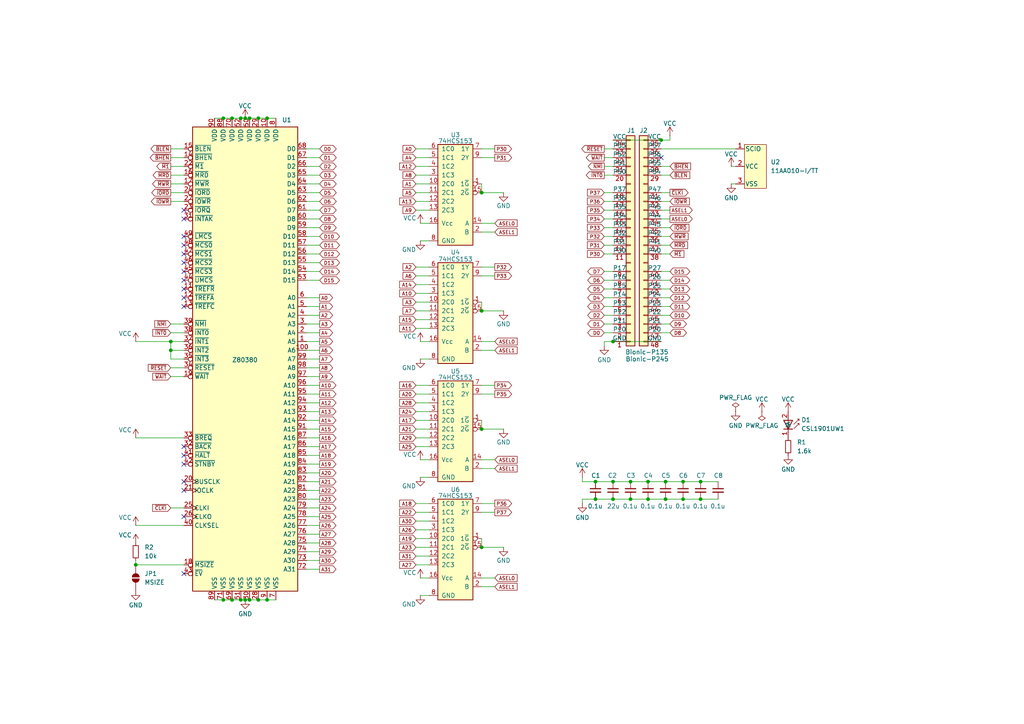
<source format=kicad_sch>
(kicad_sch (version 20250114) (generator "eeschema") (generator_version "9.0")
  (paper "A4")
  (title_block (title "BionicZ380") (date "2025-12-03") (rev "1"))
  (junction (at 67.31 173.99))
  (junction (at 198.12 139.7))
  (junction (at 187.96 139.7))
  (junction (at 49.53 101.6))
  (junction (at 72.39 34.29))
  (junction (at 203.2 139.7))
  (junction (at 74.93 173.99))
  (junction (at 193.04 139.7))
  (junction (at 203.2 144.78))
  (junction (at 139.7 124.46))
  (junction (at 67.31 34.29))
  (junction (at 49.53 99.06))
  (junction (at 187.96 144.78))
  (junction (at 172.72 144.78))
  (junction (at 193.04 144.78))
  (junction (at 139.7 158.75))
  (junction (at 139.7 55.88))
  (junction (at 77.47 173.99))
  (junction (at 139.7 90.17))
  (junction (at 72.39 173.99))
  (junction (at 64.77 173.99))
  (junction (at 69.85 173.99))
  (junction (at 182.88 139.7))
  (junction (at 77.47 34.29))
  (junction (at 71.12 34.29))
  (junction (at 69.85 34.29))
  (junction (at 64.77 34.29))
  (junction (at 172.72 139.7))
  (junction (at 182.88 144.78))
  (junction (at 71.12 173.99))
  (junction (at 177.8 99.06))
  (junction (at 39.37 163.83))
  (junction (at 198.12 144.78))
  (junction (at 74.93 34.29))
  (junction (at 177.8 144.78))
  (junction (at 191.77 40.64))
  (junction (at 177.8 139.7))
  (no_connect (at 53.34 83.82))
  (no_connect (at 53.34 142.24))
  (no_connect (at 191.77 45.72))
  (no_connect (at 53.34 134.62))
  (no_connect (at 53.34 71.12))
  (no_connect (at 53.34 129.54))
  (no_connect (at 53.34 78.74))
  (no_connect (at 53.34 60.96))
  (no_connect (at 53.34 68.58))
  (no_connect (at 53.34 81.28))
  (no_connect (at 53.34 73.66))
  (no_connect (at 53.34 166.37))
  (no_connect (at 53.34 86.36))
  (no_connect (at 53.34 76.2))
  (no_connect (at 53.34 139.7))
  (no_connect (at 53.34 88.9))
  (no_connect (at 53.34 63.5))
  (no_connect (at 53.34 132.08))
  (no_connect (at 53.34 149.86))
  (wire (pts (xy 120.65 58.42) (xy 124.46 58.42)))
  (wire (pts (xy 191.77 48.26) (xy 194.31 48.26)))
  (wire (pts (xy 88.9 124.46) (xy 92.71 124.46)))
  (wire (pts (xy 191.77 58.42) (xy 194.31 58.42)))
  (wire (pts (xy 139.7 55.88) (xy 146.05 55.88)))
  (wire (pts (xy 191.77 43.18) (xy 213.36 43.18)))
  (wire (pts (xy 175.26 78.74) (xy 177.8 78.74)))
  (wire (pts (xy 88.9 127) (xy 92.71 127)))
  (wire (pts (xy 191.77 63.5) (xy 194.31 63.5)))
  (wire (pts (xy 88.9 43.18) (xy 92.71 43.18)))
  (wire (pts (xy 49.53 50.8) (xy 53.34 50.8)))
  (wire (pts (xy 77.47 34.29) (xy 80.01 34.29)))
  (wire (pts (xy 88.9 88.9) (xy 92.71 88.9)))
  (wire (pts (xy 139.7 90.17) (xy 146.05 90.17)))
  (wire (pts (xy 88.9 157.48) (xy 92.71 157.48)))
  (wire (pts (xy 62.23 34.29) (xy 64.77 34.29)))
  (wire (pts (xy 88.9 111.76) (xy 92.71 111.76)))
  (wire (pts (xy 39.37 152.4) (xy 53.34 152.4)))
  (wire (pts (xy 88.9 68.58) (xy 92.71 68.58)))
  (wire (pts (xy 212.09 48.26) (xy 213.36 48.26)))
  (wire (pts (xy 49.53 45.72) (xy 53.34 45.72)))
  (wire (pts (xy 191.77 91.44) (xy 194.31 91.44)))
  (wire (pts (xy 139.7 87.63) (xy 139.7 90.17)))
  (wire (pts (xy 77.47 173.99) (xy 80.01 173.99)))
  (wire (pts (xy 191.77 81.28) (xy 194.31 81.28)))
  (wire (pts (xy 175.26 43.18) (xy 177.8 43.18)))
  (wire (pts (xy 182.88 144.78) (xy 187.96 144.78)))
  (wire (pts (xy 120.65 161.29) (xy 124.46 161.29)))
  (wire (pts (xy 49.53 55.88) (xy 53.34 55.88)))
  (wire (pts (xy 120.65 48.26) (xy 124.46 48.26)))
  (wire (pts (xy 191.77 55.88) (xy 194.31 55.88)))
  (wire (pts (xy 194.31 40.64) (xy 191.77 40.64)))
  (wire (pts (xy 177.8 99.06) (xy 191.77 99.06)))
  (wire (pts (xy 191.77 60.96) (xy 194.31 60.96)))
  (wire (pts (xy 198.12 139.7) (xy 203.2 139.7)))
  (wire (pts (xy 139.7 121.92) (xy 139.7 124.46)))
  (wire (pts (xy 175.26 88.9) (xy 177.8 88.9)))
  (wire (pts (xy 88.9 48.26) (xy 92.71 48.26)))
  (wire (pts (xy 120.65 80.01) (xy 124.46 80.01)))
  (wire (pts (xy 191.77 78.74) (xy 194.31 78.74)))
  (wire (pts (xy 182.88 139.7) (xy 187.96 139.7)))
  (wire (pts (xy 139.7 170.18) (xy 143.51 170.18)))
  (wire (pts (xy 88.9 104.14) (xy 92.71 104.14)))
  (wire (pts (xy 120.65 114.3) (xy 124.46 114.3)))
  (wire (pts (xy 139.7 148.59) (xy 143.51 148.59)))
  (wire (pts (xy 139.7 167.64) (xy 143.51 167.64)))
  (wire (pts (xy 88.9 154.94) (xy 92.71 154.94)))
  (wire (pts (xy 49.53 99.06) (xy 49.53 101.6)))
  (wire (pts (xy 120.65 153.67) (xy 124.46 153.67)))
  (wire (pts (xy 88.9 121.92) (xy 92.71 121.92)))
  (wire (pts (xy 168.91 139.7) (xy 172.72 139.7)))
  (wire (pts (xy 193.04 144.78) (xy 198.12 144.78)))
  (wire (pts (xy 49.53 58.42) (xy 53.34 58.42)))
  (wire (pts (xy 88.9 78.74) (xy 92.71 78.74)))
  (wire (pts (xy 193.04 139.7) (xy 198.12 139.7)))
  (wire (pts (xy 88.9 160.02) (xy 92.71 160.02)))
  (wire (pts (xy 120.65 82.55) (xy 124.46 82.55)))
  (wire (pts (xy 175.26 81.28) (xy 177.8 81.28)))
  (wire (pts (xy 88.9 149.86) (xy 92.71 149.86)))
  (wire (pts (xy 120.65 127) (xy 124.46 127)))
  (wire (pts (xy 120.65 116.84) (xy 124.46 116.84)))
  (wire (pts (xy 121.92 104.14) (xy 124.46 104.14)))
  (wire (pts (xy 121.92 167.64) (xy 124.46 167.64)))
  (wire (pts (xy 88.9 58.42) (xy 92.71 58.42)))
  (wire (pts (xy 212.09 53.34) (xy 213.36 53.34)))
  (wire (pts (xy 88.9 71.12) (xy 92.71 71.12)))
  (wire (pts (xy 139.7 135.89) (xy 143.51 135.89)))
  (wire (pts (xy 120.65 156.21) (xy 124.46 156.21)))
  (wire (pts (xy 139.7 80.01) (xy 143.51 80.01)))
  (wire (pts (xy 71.12 173.99) (xy 72.39 173.99)))
  (wire (pts (xy 139.7 156.21) (xy 139.7 158.75)))
  (wire (pts (xy 88.9 53.34) (xy 92.71 53.34)))
  (wire (pts (xy 88.9 60.96) (xy 92.71 60.96)))
  (wire (pts (xy 120.65 60.96) (xy 124.46 60.96)))
  (wire (pts (xy 120.65 95.25) (xy 124.46 95.25)))
  (wire (pts (xy 88.9 76.2) (xy 92.71 76.2)))
  (wire (pts (xy 121.92 133.35) (xy 124.46 133.35)))
  (wire (pts (xy 177.8 40.64) (xy 191.77 40.64)))
  (wire (pts (xy 139.7 43.18) (xy 143.51 43.18)))
  (wire (pts (xy 120.65 121.92) (xy 124.46 121.92)))
  (wire (pts (xy 120.65 90.17) (xy 124.46 90.17)))
  (wire (pts (xy 177.8 139.7) (xy 182.88 139.7)))
  (wire (pts (xy 120.65 92.71) (xy 124.46 92.71)))
  (wire (pts (xy 49.53 101.6) (xy 49.53 104.14)))
  (wire (pts (xy 187.96 139.7) (xy 193.04 139.7)))
  (wire (pts (xy 88.9 73.66) (xy 92.71 73.66)))
  (wire (pts (xy 191.77 66.04) (xy 194.31 66.04)))
  (wire (pts (xy 120.65 45.72) (xy 124.46 45.72)))
  (wire (pts (xy 49.53 104.14) (xy 53.34 104.14)))
  (wire (pts (xy 203.2 144.78) (xy 208.28 144.78)))
  (wire (pts (xy 120.65 111.76) (xy 124.46 111.76)))
  (wire (pts (xy 69.85 34.29) (xy 71.12 34.29)))
  (wire (pts (xy 172.72 139.7) (xy 177.8 139.7)))
  (wire (pts (xy 69.85 173.99) (xy 71.12 173.99)))
  (wire (pts (xy 198.12 144.78) (xy 203.2 144.78)))
  (wire (pts (xy 88.9 63.5) (xy 92.71 63.5)))
  (wire (pts (xy 191.77 68.58) (xy 194.31 68.58)))
  (wire (pts (xy 139.7 64.77) (xy 143.51 64.77)))
  (wire (pts (xy 39.37 163.83) (xy 53.34 163.83)))
  (wire (pts (xy 88.9 116.84) (xy 92.71 116.84)))
  (wire (pts (xy 120.65 50.8) (xy 124.46 50.8)))
  (wire (pts (xy 64.77 34.29) (xy 67.31 34.29)))
  (wire (pts (xy 88.9 162.56) (xy 92.71 162.56)))
  (wire (pts (xy 120.65 151.13) (xy 124.46 151.13)))
  (wire (pts (xy 175.26 66.04) (xy 177.8 66.04)))
  (wire (pts (xy 88.9 86.36) (xy 92.71 86.36)))
  (wire (pts (xy 49.53 99.06) (xy 53.34 99.06)))
  (wire (pts (xy 121.92 172.72) (xy 124.46 172.72)))
  (wire (pts (xy 71.12 34.29) (xy 72.39 34.29)))
  (wire (pts (xy 49.53 48.26) (xy 53.34 48.26)))
  (wire (pts (xy 120.65 129.54) (xy 124.46 129.54)))
  (wire (pts (xy 67.31 173.99) (xy 69.85 173.99)))
  (wire (pts (xy 194.31 39.37) (xy 194.31 40.64)))
  (wire (pts (xy 139.7 146.05) (xy 143.51 146.05)))
  (wire (pts (xy 120.65 119.38) (xy 124.46 119.38)))
  (wire (pts (xy 67.31 34.29) (xy 69.85 34.29)))
  (wire (pts (xy 120.65 163.83) (xy 124.46 163.83)))
  (wire (pts (xy 74.93 173.99) (xy 77.47 173.99)))
  (wire (pts (xy 88.9 101.6) (xy 92.71 101.6)))
  (wire (pts (xy 175.26 100.33) (xy 175.26 99.06)))
  (wire (pts (xy 120.65 148.59) (xy 124.46 148.59)))
  (wire (pts (xy 88.9 139.7) (xy 92.71 139.7)))
  (wire (pts (xy 120.65 146.05) (xy 124.46 146.05)))
  (wire (pts (xy 139.7 111.76) (xy 143.51 111.76)))
  (wire (pts (xy 175.26 91.44) (xy 177.8 91.44)))
  (wire (pts (xy 88.9 55.88) (xy 92.71 55.88)))
  (wire (pts (xy 88.9 106.68) (xy 92.71 106.68)))
  (wire (pts (xy 139.7 124.46) (xy 146.05 124.46)))
  (wire (pts (xy 39.37 162.56) (xy 39.37 163.83)))
  (wire (pts (xy 88.9 91.44) (xy 92.71 91.44)))
  (wire (pts (xy 88.9 119.38) (xy 92.71 119.38)))
  (wire (pts (xy 175.26 68.58) (xy 177.8 68.58)))
  (wire (pts (xy 191.77 50.8) (xy 194.31 50.8)))
  (wire (pts (xy 121.92 64.77) (xy 124.46 64.77)))
  (wire (pts (xy 88.9 134.62) (xy 92.71 134.62)))
  (wire (pts (xy 175.26 48.26) (xy 177.8 48.26)))
  (wire (pts (xy 139.7 101.6) (xy 143.51 101.6)))
  (wire (pts (xy 191.77 71.12) (xy 194.31 71.12)))
  (wire (pts (xy 139.7 133.35) (xy 143.51 133.35)))
  (wire (pts (xy 88.9 96.52) (xy 92.71 96.52)))
  (wire (pts (xy 203.2 139.7) (xy 208.28 139.7)))
  (wire (pts (xy 121.92 69.85) (xy 124.46 69.85)))
  (wire (pts (xy 175.26 58.42) (xy 177.8 58.42)))
  (wire (pts (xy 139.7 99.06) (xy 143.51 99.06)))
  (wire (pts (xy 175.26 96.52) (xy 177.8 96.52)))
  (wire (pts (xy 88.9 114.3) (xy 92.71 114.3)))
  (wire (pts (xy 88.9 50.8) (xy 92.71 50.8)))
  (wire (pts (xy 88.9 109.22) (xy 92.71 109.22)))
  (wire (pts (xy 88.9 132.08) (xy 92.71 132.08)))
  (wire (pts (xy 39.37 127) (xy 53.34 127)))
  (wire (pts (xy 175.26 71.12) (xy 177.8 71.12)))
  (wire (pts (xy 139.7 53.34) (xy 139.7 55.88)))
  (wire (pts (xy 49.53 53.34) (xy 53.34 53.34)))
  (wire (pts (xy 177.8 144.78) (xy 182.88 144.78)))
  (wire (pts (xy 88.9 137.16) (xy 92.71 137.16)))
  (wire (pts (xy 88.9 129.54) (xy 92.71 129.54)))
  (wire (pts (xy 139.7 45.72) (xy 143.51 45.72)))
  (wire (pts (xy 191.77 73.66) (xy 194.31 73.66)))
  (wire (pts (xy 120.65 43.18) (xy 124.46 43.18)))
  (wire (pts (xy 175.26 50.8) (xy 177.8 50.8)))
  (wire (pts (xy 39.37 99.06) (xy 49.53 99.06)))
  (wire (pts (xy 120.65 77.47) (xy 124.46 77.47)))
  (wire (pts (xy 168.91 138.43) (xy 168.91 139.7)))
  (wire (pts (xy 120.65 124.46) (xy 124.46 124.46)))
  (wire (pts (xy 175.26 99.06) (xy 177.8 99.06)))
  (wire (pts (xy 120.65 53.34) (xy 124.46 53.34)))
  (wire (pts (xy 64.77 173.99) (xy 67.31 173.99)))
  (wire (pts (xy 88.9 81.28) (xy 92.71 81.28)))
  (wire (pts (xy 175.26 83.82) (xy 177.8 83.82)))
  (wire (pts (xy 88.9 93.98) (xy 92.71 93.98)))
  (wire (pts (xy 175.26 73.66) (xy 177.8 73.66)))
  (wire (pts (xy 53.34 43.18) (xy 49.53 43.18)))
  (wire (pts (xy 175.26 60.96) (xy 177.8 60.96)))
  (wire (pts (xy 49.53 106.68) (xy 53.34 106.68)))
  (wire (pts (xy 191.77 93.98) (xy 194.31 93.98)))
  (wire (pts (xy 168.91 144.78) (xy 172.72 144.78)))
  (wire (pts (xy 121.92 99.06) (xy 124.46 99.06)))
  (wire (pts (xy 88.9 99.06) (xy 92.71 99.06)))
  (wire (pts (xy 62.23 173.99) (xy 64.77 173.99)))
  (wire (pts (xy 88.9 152.4) (xy 92.71 152.4)))
  (wire (pts (xy 49.53 147.32) (xy 53.34 147.32)))
  (wire (pts (xy 139.7 114.3) (xy 143.51 114.3)))
  (wire (pts (xy 49.53 93.98) (xy 53.34 93.98)))
  (wire (pts (xy 120.65 85.09) (xy 124.46 85.09)))
  (wire (pts (xy 139.7 158.75) (xy 146.05 158.75)))
  (wire (pts (xy 139.7 67.31) (xy 143.51 67.31)))
  (wire (pts (xy 191.77 96.52) (xy 194.31 96.52)))
  (wire (pts (xy 191.77 88.9) (xy 194.31 88.9)))
  (wire (pts (xy 175.26 55.88) (xy 177.8 55.88)))
  (wire (pts (xy 175.26 93.98) (xy 177.8 93.98)))
  (wire (pts (xy 120.65 158.75) (xy 124.46 158.75)))
  (wire (pts (xy 168.91 146.05) (xy 168.91 144.78)))
  (wire (pts (xy 88.9 45.72) (xy 92.71 45.72)))
  (wire (pts (xy 49.53 109.22) (xy 53.34 109.22)))
  (wire (pts (xy 175.26 63.5) (xy 177.8 63.5)))
  (wire (pts (xy 175.26 86.36) (xy 177.8 86.36)))
  (wire (pts (xy 49.53 96.52) (xy 53.34 96.52)))
  (wire (pts (xy 88.9 142.24) (xy 92.71 142.24)))
  (wire (pts (xy 120.65 55.88) (xy 124.46 55.88)))
  (wire (pts (xy 172.72 144.78) (xy 177.8 144.78)))
  (wire (pts (xy 74.93 34.29) (xy 77.47 34.29)))
  (wire (pts (xy 175.26 45.72) (xy 177.8 45.72)))
  (wire (pts (xy 72.39 34.29) (xy 74.93 34.29)))
  (wire (pts (xy 88.9 147.32) (xy 92.71 147.32)))
  (wire (pts (xy 88.9 165.1) (xy 92.71 165.1)))
  (wire (pts (xy 72.39 173.99) (xy 74.93 173.99)))
  (wire (pts (xy 191.77 83.82) (xy 194.31 83.82)))
  (wire (pts (xy 49.53 101.6) (xy 53.34 101.6)))
  (wire (pts (xy 88.9 66.04) (xy 92.71 66.04)))
  (wire (pts (xy 139.7 77.47) (xy 143.51 77.47)))
  (wire (pts (xy 88.9 144.78) (xy 92.71 144.78)))
  (wire (pts (xy 121.92 138.43) (xy 124.46 138.43)))
  (wire (pts (xy 187.96 144.78) (xy 193.04 144.78)))
  (wire (pts (xy 191.77 86.36) (xy 194.31 86.36)))
  (wire (pts (xy 120.65 87.63) (xy 124.46 87.63)))
  (global_label "ASEL1" (shape input) (at 143.51 170.18 0) (effects (font (size 1.016 1.016))) (property "Intersheetrefs" "${INTERSHEET_REFS}" (effects (hide yes))))
  (global_label "D10" (shape bidirectional) (at 92.71 68.58 0) (effects (font (size 1.016 1.016))) (property "Intersheetrefs" "${INTERSHEET_REFS}" (effects (hide yes))))
  (global_label "A30" (shape output) (at 92.71 162.56 0) (effects (font (size 1.016 1.016))) (property "Intersheetrefs" "${INTERSHEET_REFS}" (effects (hide yes))))
  (global_label "D9" (shape bidirectional) (at 92.71 66.04 0) (effects (font (size 1.016 1.016))) (property "Intersheetrefs" "${INTERSHEET_REFS}" (effects (hide yes))))
  (global_label "P31" (shape input) (at 175.26 71.12 180) (effects (font (size 1.016 1.016))) (property "Intersheetrefs" "${INTERSHEET_REFS}" (effects (hide yes))))
  (global_label "A12" (shape output) (at 92.71 116.84 0) (effects (font (size 1.016 1.016))) (property "Intersheetrefs" "${INTERSHEET_REFS}" (effects (hide yes))))
  (global_label "ASEL1" (shape input) (at 143.51 101.6 0) (effects (font (size 1.016 1.016))) (property "Intersheetrefs" "${INTERSHEET_REFS}" (effects (hide yes))))
  (global_label "A24" (shape output) (at 92.71 147.32 0) (effects (font (size 1.016 1.016))) (property "Intersheetrefs" "${INTERSHEET_REFS}" (effects (hide yes))))
  (global_label "A18" (shape output) (at 92.71 132.08 0) (effects (font (size 1.016 1.016))) (property "Intersheetrefs" "${INTERSHEET_REFS}" (effects (hide yes))))
  (global_label "A14" (shape output) (at 92.71 121.92 0) (effects (font (size 1.016 1.016))) (property "Intersheetrefs" "${INTERSHEET_REFS}" (effects (hide yes))))
  (global_label "~{IORD}" (shape output) (at 49.53 55.88 180) (effects (font (size 1.016 1.016))) (property "Intersheetrefs" "${INTERSHEET_REFS}" (effects (hide yes))))
  (global_label "A20" (shape output) (at 92.71 137.16 0) (effects (font (size 1.016 1.016))) (property "Intersheetrefs" "${INTERSHEET_REFS}" (effects (hide yes))))
  (global_label "~{NMI}" (shape output) (at 175.26 48.26 180) (effects (font (size 1.016 1.016))) (property "Intersheetrefs" "${INTERSHEET_REFS}" (effects (hide yes))))
  (global_label "D6" (shape bidirectional) (at 175.26 81.28 180) (effects (font (size 1.016 1.016))) (property "Intersheetrefs" "${INTERSHEET_REFS}" (effects (hide yes))))
  (global_label "~{MRD}" (shape output) (at 49.53 50.8 180) (effects (font (size 1.016 1.016))) (property "Intersheetrefs" "${INTERSHEET_REFS}" (effects (hide yes))))
  (global_label "D15" (shape bidirectional) (at 92.71 81.28 0) (effects (font (size 1.016 1.016))) (property "Intersheetrefs" "${INTERSHEET_REFS}" (effects (hide yes))))
  (global_label "~{BHEN}" (shape input) (at 194.31 48.26 0) (effects (font (size 1.016 1.016))) (property "Intersheetrefs" "${INTERSHEET_REFS}" (effects (hide yes))))
  (global_label "~{WAIT}" (shape output) (at 175.26 45.72 180) (effects (font (size 1.016 1.016))) (property "Intersheetrefs" "${INTERSHEET_REFS}" (effects (hide yes))))
  (global_label "P33" (shape input) (at 175.26 66.04 180) (effects (font (size 1.016 1.016))) (property "Intersheetrefs" "${INTERSHEET_REFS}" (effects (hide yes))))
  (global_label "A27" (shape input) (at 120.65 163.83 180) (effects (font (size 1.016 1.016))) (property "Intersheetrefs" "${INTERSHEET_REFS}" (effects (hide yes))))
  (global_label "A28" (shape input) (at 120.65 116.84 180) (effects (font (size 1.016 1.016))) (property "Intersheetrefs" "${INTERSHEET_REFS}" (effects (hide yes))))
  (global_label "A9" (shape output) (at 92.71 109.22 0) (effects (font (size 1.016 1.016))) (property "Intersheetrefs" "${INTERSHEET_REFS}" (effects (hide yes))))
  (global_label "A3" (shape input) (at 120.65 87.63 180) (effects (font (size 1.016 1.016))) (property "Intersheetrefs" "${INTERSHEET_REFS}" (effects (hide yes))))
  (global_label "ASEL1" (shape input) (at 143.51 67.31 0) (effects (font (size 1.016 1.016))) (property "Intersheetrefs" "${INTERSHEET_REFS}" (effects (hide yes))))
  (global_label "A0" (shape output) (at 92.71 86.36 0) (effects (font (size 1.016 1.016))) (property "Intersheetrefs" "${INTERSHEET_REFS}" (effects (hide yes))))
  (global_label "A4" (shape output) (at 92.71 96.52 0) (effects (font (size 1.016 1.016))) (property "Intersheetrefs" "${INTERSHEET_REFS}" (effects (hide yes))))
  (global_label "P32" (shape input) (at 175.26 68.58 180) (effects (font (size 1.016 1.016))) (property "Intersheetrefs" "${INTERSHEET_REFS}" (effects (hide yes))))
  (global_label "~{BLEN}" (shape input) (at 194.31 50.8 0) (effects (font (size 1.016 1.016))) (property "Intersheetrefs" "${INTERSHEET_REFS}" (effects (hide yes))))
  (global_label "P37" (shape output) (at 143.51 148.59 0) (effects (font (size 1.016 1.016))) (property "Intersheetrefs" "${INTERSHEET_REFS}" (effects (hide yes))))
  (global_label "A2" (shape input) (at 120.65 77.47 180) (effects (font (size 1.016 1.016))) (property "Intersheetrefs" "${INTERSHEET_REFS}" (effects (hide yes))))
  (global_label "A20" (shape input) (at 120.65 114.3 180) (effects (font (size 1.016 1.016))) (property "Intersheetrefs" "${INTERSHEET_REFS}" (effects (hide yes))))
  (global_label "A31" (shape output) (at 92.71 165.1 0) (effects (font (size 1.016 1.016))) (property "Intersheetrefs" "${INTERSHEET_REFS}" (effects (hide yes))))
  (global_label "A11" (shape input) (at 120.65 95.25 180) (effects (font (size 1.016 1.016))) (property "Intersheetrefs" "${INTERSHEET_REFS}" (effects (hide yes))))
  (global_label "~{MWR}" (shape output) (at 49.53 53.34 180) (effects (font (size 1.016 1.016))) (property "Intersheetrefs" "${INTERSHEET_REFS}" (effects (hide yes))))
  (global_label "A16" (shape input) (at 120.65 111.76 180) (effects (font (size 1.016 1.016))) (property "Intersheetrefs" "${INTERSHEET_REFS}" (effects (hide yes))))
  (global_label "A4" (shape input) (at 120.65 45.72 180) (effects (font (size 1.016 1.016))) (property "Intersheetrefs" "${INTERSHEET_REFS}" (effects (hide yes))))
  (global_label "D14" (shape bidirectional) (at 92.71 78.74 0) (effects (font (size 1.016 1.016))) (property "Intersheetrefs" "${INTERSHEET_REFS}" (effects (hide yes))))
  (global_label "A13" (shape input) (at 120.65 58.42 180) (effects (font (size 1.016 1.016))) (property "Intersheetrefs" "${INTERSHEET_REFS}" (effects (hide yes))))
  (global_label "A10" (shape input) (at 120.65 85.09 180) (effects (font (size 1.016 1.016))) (property "Intersheetrefs" "${INTERSHEET_REFS}" (effects (hide yes))))
  (global_label "ASEL0" (shape input) (at 143.51 99.06 0) (effects (font (size 1.016 1.016))) (property "Intersheetrefs" "${INTERSHEET_REFS}" (effects (hide yes))))
  (global_label "ASEL0" (shape output) (at 194.31 63.5 0) (effects (font (size 1.016 1.016))) (property "Intersheetrefs" "${INTERSHEET_REFS}" (effects (hide yes))))
  (global_label "A1" (shape input) (at 120.65 53.34 180) (effects (font (size 1.016 1.016))) (property "Intersheetrefs" "${INTERSHEET_REFS}" (effects (hide yes))))
  (global_label "D14" (shape bidirectional) (at 194.31 81.28 0) (effects (font (size 1.016 1.016))) (property "Intersheetrefs" "${INTERSHEET_REFS}" (effects (hide yes))))
  (global_label "A3" (shape output) (at 92.71 93.98 0) (effects (font (size 1.016 1.016))) (property "Intersheetrefs" "${INTERSHEET_REFS}" (effects (hide yes))))
  (global_label "A8" (shape input) (at 120.65 50.8 180) (effects (font (size 1.016 1.016))) (property "Intersheetrefs" "${INTERSHEET_REFS}" (effects (hide yes))))
  (global_label "A5" (shape input) (at 120.65 55.88 180) (effects (font (size 1.016 1.016))) (property "Intersheetrefs" "${INTERSHEET_REFS}" (effects (hide yes))))
  (global_label "~{IORD}" (shape input) (at 194.31 66.04 0) (effects (font (size 1.016 1.016))) (property "Intersheetrefs" "${INTERSHEET_REFS}" (effects (hide yes))))
  (global_label "A19" (shape input) (at 120.65 156.21 180) (effects (font (size 1.016 1.016))) (property "Intersheetrefs" "${INTERSHEET_REFS}" (effects (hide yes))))
  (global_label "A31" (shape input) (at 120.65 161.29 180) (effects (font (size 1.016 1.016))) (property "Intersheetrefs" "${INTERSHEET_REFS}" (effects (hide yes))))
  (global_label "D3" (shape bidirectional) (at 175.26 88.9 180) (effects (font (size 1.016 1.016))) (property "Intersheetrefs" "${INTERSHEET_REFS}" (effects (hide yes))))
  (global_label "A17" (shape input) (at 120.65 121.92 180) (effects (font (size 1.016 1.016))) (property "Intersheetrefs" "${INTERSHEET_REFS}" (effects (hide yes))))
  (global_label "A28" (shape output) (at 92.71 157.48 0) (effects (font (size 1.016 1.016))) (property "Intersheetrefs" "${INTERSHEET_REFS}" (effects (hide yes))))
  (global_label "A7" (shape output) (at 92.71 104.14 0) (effects (font (size 1.016 1.016))) (property "Intersheetrefs" "${INTERSHEET_REFS}" (effects (hide yes))))
  (global_label "A16" (shape output) (at 92.71 127 0) (effects (font (size 1.016 1.016))) (property "Intersheetrefs" "${INTERSHEET_REFS}" (effects (hide yes))))
  (global_label "P36" (shape input) (at 175.26 58.42 180) (effects (font (size 1.016 1.016))) (property "Intersheetrefs" "${INTERSHEET_REFS}" (effects (hide yes))))
  (global_label "A21" (shape output) (at 92.71 139.7 0) (effects (font (size 1.016 1.016))) (property "Intersheetrefs" "${INTERSHEET_REFS}" (effects (hide yes))))
  (global_label "A12" (shape input) (at 120.65 48.26 180) (effects (font (size 1.016 1.016))) (property "Intersheetrefs" "${INTERSHEET_REFS}" (effects (hide yes))))
  (global_label "A24" (shape input) (at 120.65 119.38 180) (effects (font (size 1.016 1.016))) (property "Intersheetrefs" "${INTERSHEET_REFS}" (effects (hide yes))))
  (global_label "A18" (shape input) (at 120.65 146.05 180) (effects (font (size 1.016 1.016))) (property "Intersheetrefs" "${INTERSHEET_REFS}" (effects (hide yes))))
  (global_label "A26" (shape output) (at 92.71 152.4 0) (effects (font (size 1.016 1.016))) (property "Intersheetrefs" "${INTERSHEET_REFS}" (effects (hide yes))))
  (global_label "A1" (shape output) (at 92.71 88.9 0) (effects (font (size 1.016 1.016))) (property "Intersheetrefs" "${INTERSHEET_REFS}" (effects (hide yes))))
  (global_label "A8" (shape output) (at 92.71 106.68 0) (effects (font (size 1.016 1.016))) (property "Intersheetrefs" "${INTERSHEET_REFS}" (effects (hide yes))))
  (global_label "D1" (shape bidirectional) (at 175.26 93.98 180) (effects (font (size 1.016 1.016))) (property "Intersheetrefs" "${INTERSHEET_REFS}" (effects (hide yes))))
  (global_label "D4" (shape bidirectional) (at 92.71 53.34 0) (effects (font (size 1.016 1.016))) (property "Intersheetrefs" "${INTERSHEET_REFS}" (effects (hide yes))))
  (global_label "A23" (shape input) (at 120.65 158.75 180) (effects (font (size 1.016 1.016))) (property "Intersheetrefs" "${INTERSHEET_REFS}" (effects (hide yes))))
  (global_label "A19" (shape output) (at 92.71 134.62 0) (effects (font (size 1.016 1.016))) (property "Intersheetrefs" "${INTERSHEET_REFS}" (effects (hide yes))))
  (global_label "ASEL0" (shape input) (at 143.51 133.35 0) (effects (font (size 1.016 1.016))) (property "Intersheetrefs" "${INTERSHEET_REFS}" (effects (hide yes))))
  (global_label "A17" (shape output) (at 92.71 129.54 0) (effects (font (size 1.016 1.016))) (property "Intersheetrefs" "${INTERSHEET_REFS}" (effects (hide yes))))
  (global_label "P37" (shape input) (at 175.26 55.88 180) (effects (font (size 1.016 1.016))) (property "Intersheetrefs" "${INTERSHEET_REFS}" (effects (hide yes))))
  (global_label "D11" (shape bidirectional) (at 194.31 88.9 0) (effects (font (size 1.016 1.016))) (property "Intersheetrefs" "${INTERSHEET_REFS}" (effects (hide yes))))
  (global_label "P30" (shape input) (at 175.26 73.66 180) (effects (font (size 1.016 1.016))) (property "Intersheetrefs" "${INTERSHEET_REFS}" (effects (hide yes))))
  (global_label "A15" (shape input) (at 120.65 92.71 180) (effects (font (size 1.016 1.016))) (property "Intersheetrefs" "${INTERSHEET_REFS}" (effects (hide yes))))
  (global_label "A6" (shape input) (at 120.65 80.01 180) (effects (font (size 1.016 1.016))) (property "Intersheetrefs" "${INTERSHEET_REFS}" (effects (hide yes))))
  (global_label "~{M1}" (shape input) (at 194.31 73.66 0) (effects (font (size 1.016 1.016))) (property "Intersheetrefs" "${INTERSHEET_REFS}" (effects (hide yes))))
  (global_label "D10" (shape bidirectional) (at 194.31 91.44 0) (effects (font (size 1.016 1.016))) (property "Intersheetrefs" "${INTERSHEET_REFS}" (effects (hide yes))))
  (global_label "D0" (shape bidirectional) (at 175.26 96.52 180) (effects (font (size 1.016 1.016))) (property "Intersheetrefs" "${INTERSHEET_REFS}" (effects (hide yes))))
  (global_label "~{CLKI}" (shape output) (at 194.31 55.88 0) (effects (font (size 1.016 1.016))) (property "Intersheetrefs" "${INTERSHEET_REFS}" (effects (hide yes))))
  (global_label "A6" (shape output) (at 92.71 101.6 0) (effects (font (size 1.016 1.016))) (property "Intersheetrefs" "${INTERSHEET_REFS}" (effects (hide yes))))
  (global_label "D3" (shape bidirectional) (at 92.71 50.8 0) (effects (font (size 1.016 1.016))) (property "Intersheetrefs" "${INTERSHEET_REFS}" (effects (hide yes))))
  (global_label "~{M1}" (shape output) (at 49.53 48.26 180) (effects (font (size 1.016 1.016))) (property "Intersheetrefs" "${INTERSHEET_REFS}" (effects (hide yes))))
  (global_label "P35" (shape input) (at 175.26 60.96 180) (effects (font (size 1.016 1.016))) (property "Intersheetrefs" "${INTERSHEET_REFS}" (effects (hide yes))))
  (global_label "~{BHEN}" (shape output) (at 49.53 45.72 180) (effects (font (size 1.016 1.016))) (property "Intersheetrefs" "${INTERSHEET_REFS}" (effects (hide yes))))
  (global_label "~{MRD}" (shape input) (at 194.31 71.12 0) (effects (font (size 1.016 1.016))) (property "Intersheetrefs" "${INTERSHEET_REFS}" (effects (hide yes))))
  (global_label "A14" (shape input) (at 120.65 82.55 180) (effects (font (size 1.016 1.016))) (property "Intersheetrefs" "${INTERSHEET_REFS}" (effects (hide yes))))
  (global_label "A11" (shape output) (at 92.71 114.3 0) (effects (font (size 1.016 1.016))) (property "Intersheetrefs" "${INTERSHEET_REFS}" (effects (hide yes))))
  (global_label "D12" (shape bidirectional) (at 92.71 73.66 0) (effects (font (size 1.016 1.016))) (property "Intersheetrefs" "${INTERSHEET_REFS}" (effects (hide yes))))
  (global_label "A22" (shape input) (at 120.65 148.59 180) (effects (font (size 1.016 1.016))) (property "Intersheetrefs" "${INTERSHEET_REFS}" (effects (hide yes))))
  (global_label "D13" (shape bidirectional) (at 92.71 76.2 0) (effects (font (size 1.016 1.016))) (property "Intersheetrefs" "${INTERSHEET_REFS}" (effects (hide yes))))
  (global_label "D2" (shape bidirectional) (at 175.26 91.44 180) (effects (font (size 1.016 1.016))) (property "Intersheetrefs" "${INTERSHEET_REFS}" (effects (hide yes))))
  (global_label "D7" (shape bidirectional) (at 175.26 78.74 180) (effects (font (size 1.016 1.016))) (property "Intersheetrefs" "${INTERSHEET_REFS}" (effects (hide yes))))
  (global_label "A25" (shape input) (at 120.65 129.54 180) (effects (font (size 1.016 1.016))) (property "Intersheetrefs" "${INTERSHEET_REFS}" (effects (hide yes))))
  (global_label "A30" (shape input) (at 120.65 151.13 180) (effects (font (size 1.016 1.016))) (property "Intersheetrefs" "${INTERSHEET_REFS}" (effects (hide yes))))
  (global_label "~{BLEN}" (shape output) (at 49.53 43.18 180) (effects (font (size 1.016 1.016))) (property "Intersheetrefs" "${INTERSHEET_REFS}" (effects (hide yes))))
  (global_label "P34" (shape input) (at 175.26 63.5 180) (effects (font (size 1.016 1.016))) (property "Intersheetrefs" "${INTERSHEET_REFS}" (effects (hide yes))))
  (global_label "D5" (shape bidirectional) (at 92.71 55.88 0) (effects (font (size 1.016 1.016))) (property "Intersheetrefs" "${INTERSHEET_REFS}" (effects (hide yes))))
  (global_label "~{INT0}" (shape output) (at 175.26 50.8 180) (effects (font (size 1.016 1.016))) (property "Intersheetrefs" "${INTERSHEET_REFS}" (effects (hide yes))))
  (global_label "D7" (shape bidirectional) (at 92.71 60.96 0) (effects (font (size 1.016 1.016))) (property "Intersheetrefs" "${INTERSHEET_REFS}" (effects (hide yes))))
  (global_label "~{CLKI}" (shape input) (at 49.53 147.32 180) (effects (font (size 1.016 1.016))) (property "Intersheetrefs" "${INTERSHEET_REFS}" (effects (hide yes))))
  (global_label "~{IOWR}" (shape input) (at 194.31 58.42 0) (effects (font (size 1.016 1.016))) (property "Intersheetrefs" "${INTERSHEET_REFS}" (effects (hide yes))))
  (global_label "P31" (shape output) (at 143.51 45.72 0) (effects (font (size 1.016 1.016))) (property "Intersheetrefs" "${INTERSHEET_REFS}" (effects (hide yes))))
  (global_label "A29" (shape input) (at 120.65 127 180) (effects (font (size 1.016 1.016))) (property "Intersheetrefs" "${INTERSHEET_REFS}" (effects (hide yes))))
  (global_label "P32" (shape output) (at 143.51 77.47 0) (effects (font (size 1.016 1.016))) (property "Intersheetrefs" "${INTERSHEET_REFS}" (effects (hide yes))))
  (global_label "A15" (shape output) (at 92.71 124.46 0) (effects (font (size 1.016 1.016))) (property "Intersheetrefs" "${INTERSHEET_REFS}" (effects (hide yes))))
  (global_label "D1" (shape bidirectional) (at 92.71 45.72 0) (effects (font (size 1.016 1.016))) (property "Intersheetrefs" "${INTERSHEET_REFS}" (effects (hide yes))))
  (global_label "A5" (shape output) (at 92.71 99.06 0) (effects (font (size 1.016 1.016))) (property "Intersheetrefs" "${INTERSHEET_REFS}" (effects (hide yes))))
  (global_label "D4" (shape bidirectional) (at 175.26 86.36 180) (effects (font (size 1.016 1.016))) (property "Intersheetrefs" "${INTERSHEET_REFS}" (effects (hide yes))))
  (global_label "D11" (shape bidirectional) (at 92.71 71.12 0) (effects (font (size 1.016 1.016))) (property "Intersheetrefs" "${INTERSHEET_REFS}" (effects (hide yes))))
  (global_label "ASEL1" (shape output) (at 194.31 60.96 0) (effects (font (size 1.016 1.016))) (property "Intersheetrefs" "${INTERSHEET_REFS}" (effects (hide yes))))
  (global_label "A22" (shape output) (at 92.71 142.24 0) (effects (font (size 1.016 1.016))) (property "Intersheetrefs" "${INTERSHEET_REFS}" (effects (hide yes))))
  (global_label "A7" (shape input) (at 120.65 90.17 180) (effects (font (size 1.016 1.016))) (property "Intersheetrefs" "${INTERSHEET_REFS}" (effects (hide yes))))
  (global_label "~{WAIT}" (shape input) (at 49.53 109.22 180) (effects (font (size 1.016 1.016))) (property "Intersheetrefs" "${INTERSHEET_REFS}" (effects (hide yes))))
  (global_label "A0" (shape input) (at 120.65 43.18 180) (effects (font (size 1.016 1.016))) (property "Intersheetrefs" "${INTERSHEET_REFS}" (effects (hide yes))))
  (global_label "A26" (shape input) (at 120.65 153.67 180) (effects (font (size 1.016 1.016))) (property "Intersheetrefs" "${INTERSHEET_REFS}" (effects (hide yes))))
  (global_label "P30" (shape output) (at 143.51 43.18 0) (effects (font (size 1.016 1.016))) (property "Intersheetrefs" "${INTERSHEET_REFS}" (effects (hide yes))))
  (global_label "D0" (shape bidirectional) (at 92.71 43.18 0) (effects (font (size 1.016 1.016))) (property "Intersheetrefs" "${INTERSHEET_REFS}" (effects (hide yes))))
  (global_label "D8" (shape bidirectional) (at 194.31 96.52 0) (effects (font (size 1.016 1.016))) (property "Intersheetrefs" "${INTERSHEET_REFS}" (effects (hide yes))))
  (global_label "ASEL0" (shape input) (at 143.51 64.77 0) (effects (font (size 1.016 1.016))) (property "Intersheetrefs" "${INTERSHEET_REFS}" (effects (hide yes))))
  (global_label "P35" (shape output) (at 143.51 114.3 0) (effects (font (size 1.016 1.016))) (property "Intersheetrefs" "${INTERSHEET_REFS}" (effects (hide yes))))
  (global_label "P34" (shape output) (at 143.51 111.76 0) (effects (font (size 1.016 1.016))) (property "Intersheetrefs" "${INTERSHEET_REFS}" (effects (hide yes))))
  (global_label "~{MWR}" (shape input) (at 194.31 68.58 0) (effects (font (size 1.016 1.016))) (property "Intersheetrefs" "${INTERSHEET_REFS}" (effects (hide yes))))
  (global_label "A2" (shape output) (at 92.71 91.44 0) (effects (font (size 1.016 1.016))) (property "Intersheetrefs" "${INTERSHEET_REFS}" (effects (hide yes))))
  (global_label "A23" (shape output) (at 92.71 144.78 0) (effects (font (size 1.016 1.016))) (property "Intersheetrefs" "${INTERSHEET_REFS}" (effects (hide yes))))
  (global_label "D8" (shape bidirectional) (at 92.71 63.5 0) (effects (font (size 1.016 1.016))) (property "Intersheetrefs" "${INTERSHEET_REFS}" (effects (hide yes))))
  (global_label "A9" (shape input) (at 120.65 60.96 180) (effects (font (size 1.016 1.016))) (property "Intersheetrefs" "${INTERSHEET_REFS}" (effects (hide yes))))
  (global_label "A13" (shape output) (at 92.71 119.38 0) (effects (font (size 1.016 1.016))) (property "Intersheetrefs" "${INTERSHEET_REFS}" (effects (hide yes))))
  (global_label "~{IOWR}" (shape output) (at 49.53 58.42 180) (effects (font (size 1.016 1.016))) (property "Intersheetrefs" "${INTERSHEET_REFS}" (effects (hide yes))))
  (global_label "A10" (shape output) (at 92.71 111.76 0) (effects (font (size 1.016 1.016))) (property "Intersheetrefs" "${INTERSHEET_REFS}" (effects (hide yes))))
  (global_label "D6" (shape bidirectional) (at 92.71 58.42 0) (effects (font (size 1.016 1.016))) (property "Intersheetrefs" "${INTERSHEET_REFS}" (effects (hide yes))))
  (global_label "~{RESET}" (shape output) (at 175.26 43.18 180) (effects (font (size 1.016 1.016))) (property "Intersheetrefs" "${INTERSHEET_REFS}" (effects (hide yes))))
  (global_label "ASEL1" (shape input) (at 143.51 135.89 0) (effects (font (size 1.016 1.016))) (property "Intersheetrefs" "${INTERSHEET_REFS}" (effects (hide yes))))
  (global_label "A27" (shape output) (at 92.71 154.94 0) (effects (font (size 1.016 1.016))) (property "Intersheetrefs" "${INTERSHEET_REFS}" (effects (hide yes))))
  (global_label "D5" (shape bidirectional) (at 175.26 83.82 180) (effects (font (size 1.016 1.016))) (property "Intersheetrefs" "${INTERSHEET_REFS}" (effects (hide yes))))
  (global_label "D15" (shape bidirectional) (at 194.31 78.74 0) (effects (font (size 1.016 1.016))) (property "Intersheetrefs" "${INTERSHEET_REFS}" (effects (hide yes))))
  (global_label "ASEL0" (shape input) (at 143.51 167.64 0) (effects (font (size 1.016 1.016))) (property "Intersheetrefs" "${INTERSHEET_REFS}" (effects (hide yes))))
  (global_label "~{RESET}" (shape input) (at 49.53 106.68 180) (effects (font (size 1.016 1.016))) (property "Intersheetrefs" "${INTERSHEET_REFS}" (effects (hide yes))))
  (global_label "D12" (shape bidirectional) (at 194.31 86.36 0) (effects (font (size 1.016 1.016))) (property "Intersheetrefs" "${INTERSHEET_REFS}" (effects (hide yes))))
  (global_label "A21" (shape input) (at 120.65 124.46 180) (effects (font (size 1.016 1.016))) (property "Intersheetrefs" "${INTERSHEET_REFS}" (effects (hide yes))))
  (global_label "~{NMI}" (shape input) (at 49.53 93.98 180) (effects (font (size 1.016 1.016))) (property "Intersheetrefs" "${INTERSHEET_REFS}" (effects (hide yes))))
  (global_label "D2" (shape bidirectional) (at 92.71 48.26 0) (effects (font (size 1.016 1.016))) (property "Intersheetrefs" "${INTERSHEET_REFS}" (effects (hide yes))))
  (global_label "P33" (shape output) (at 143.51 80.01 0) (effects (font (size 1.016 1.016))) (property "Intersheetrefs" "${INTERSHEET_REFS}" (effects (hide yes))))
  (global_label "~{INT0}" (shape input) (at 49.53 96.52 180) (effects (font (size 1.016 1.016))) (property "Intersheetrefs" "${INTERSHEET_REFS}" (effects (hide yes))))
  (global_label "D13" (shape bidirectional) (at 194.31 83.82 0) (effects (font (size 1.016 1.016))) (property "Intersheetrefs" "${INTERSHEET_REFS}" (effects (hide yes))))
  (global_label "A29" (shape output) (at 92.71 160.02 0) (effects (font (size 1.016 1.016))) (property "Intersheetrefs" "${INTERSHEET_REFS}" (effects (hide yes))))
  (global_label "P36" (shape output) (at 143.51 146.05 0) (effects (font (size 1.016 1.016))) (property "Intersheetrefs" "${INTERSHEET_REFS}" (effects (hide yes))))
  (global_label "A25" (shape output) (at 92.71 149.86 0) (effects (font (size 1.016 1.016))) (property "Intersheetrefs" "${INTERSHEET_REFS}" (effects (hide yes))))
  (global_label "D9" (shape bidirectional) (at 194.31 93.98 0) (effects (font (size 1.016 1.016))) (property "Intersheetrefs" "${INTERSHEET_REFS}" (effects (hide yes))))
  (symbol (lib_id "power:PWR_FLAG") (at 220.98 119.38 180) (unit 1)
    (property "Reference" "#FLG01" (effects (hide yes)))
    (property "Value" "PWR_FLAG" (at 220.98 123.444 0))
    (property "Description" "Special symbol for telling ERC where power comes from" (effects (hide yes)))
  )
  (symbol (lib_id "bionic:Bionic-P245") (at 190.5 68.58 0) (unit 1)
    (property "Reference" "J2" (at 186.69 37.846 0))
    (property "Value" "Bionic-P245" (at 187.706 104.14 0))
    (property "Footprint" "bionic:Bionic-P245_SMT" (effects (hide yes)))
    (property "Description" "Generic connector, single row, 01x24, script generated (kicad-library-utils/schlib/autogen/connector/)" (effects (hide yes)))
  )
  (symbol (lib_id "Device:C_Small") (at 193.04 142.24 0) (unit 1)
    (property "Reference" "C5" (at 191.77 137.922 0) (effects (justify left)))
    (property "Value" "0.1u" (at 190.754 146.812 0) (effects (justify left)))
    (property "Footprint" "Capacitor_SMD:C_0603_1608Metric_Pad1.08x0.95mm_HandSolder" (effects (hide yes)))
    (property "Description" "Unpolarized capacitor, small symbol" (effects (hide yes)))
  )
  (symbol (lib_id "ti:74AHCT153") (at 132.08 160.02 0) (unit 1)
    (property "Reference" "U6" (at 132.08 141.986 0))
    (property "Value" "74HCS153" (at 132.08 143.764 0))
    (property "Footprint" "ti:PW16-M" (effects (hide yes)))
    (property "Datasheet" "https://www.ti.com/jp/lit/ds/symlink/cd74hct153.pdf" (effects (hide yes)))
    (property "Description" "Dual 4-Line to 1Line Data Multiplexers" (effects (hide yes)))
  )
  (symbol (lib_id "Device:C_Small") (at 203.2 142.24 0) (unit 1)
    (property "Reference" "C7" (at 201.93 137.922 0) (effects (justify left)))
    (property "Value" "0.1u" (at 200.914 146.812 0) (effects (justify left)))
    (property "Footprint" "Capacitor_SMD:C_0603_1608Metric_Pad1.08x0.95mm_HandSolder" (effects (hide yes)))
    (property "Description" "Unpolarized capacitor, small symbol" (effects (hide yes)))
  )
  (symbol (lib_id "power:VCC") (at 220.98 119.38 0) (unit 1)
    (property "Reference" "#PWR07" (effects (hide yes)))
    (property "Value" "VCC" (at 220.98 115.824 0))
    (property "Description" "Power symbol creates a global label with name \"VCC\"" (effects (hide yes)))
  )
  (symbol (lib_id "power:VCC") (at 168.91 138.43 0) (unit 1)
    (property "Reference" "#PWR013" (effects (hide yes)))
    (property "Value" "VCC" (at 168.91 134.874 0))
    (property "Description" "Power symbol creates a global label with name \"VCC\"" (effects (hide yes)))
  )
  (symbol (lib_id "Device:C_Small") (at 172.72 142.24 0) (unit 1)
    (property "Reference" "C1" (at 171.45 137.922 0) (effects (justify left)))
    (property "Value" "0.1u" (at 170.434 146.812 0) (effects (justify left)))
    (property "Footprint" "Capacitor_SMD:C_0603_1608Metric_Pad1.08x0.95mm_HandSolder" (effects (hide yes)))
    (property "Description" "Unpolarized capacitor, small symbol" (effects (hide yes)))
  )
  (symbol (lib_id "power:GND") (at 39.37 171.45 0) (unit 1)
    (property "Reference" "#PWR027" (effects (hide yes)))
    (property "Value" "GND" (at 39.37 175.514 0))
    (property "Description" "Power symbol creates a global label with name \"GND\" , ground" (effects (hide yes)))
  )
  (symbol (lib_id "Device:C_Small") (at 177.8 142.24 0) (unit 1)
    (property "Reference" "C2" (at 176.276 137.922 0) (effects (justify left)))
    (property "Value" "22u" (at 176.022 146.812 0) (effects (justify left)))
    (property "Footprint" "Capacitor_SMD:C_0603_1608Metric_Pad1.08x0.95mm_HandSolder" (effects (hide yes)))
    (property "Description" "Unpolarized capacitor, small symbol" (effects (hide yes)))
  )
  (symbol (lib_id "power:VCC") (at 228.6 119.38 0) (unit 1)
    (property "Reference" "#PWR06" (effects (hide yes)))
    (property "Value" "VCC" (at 228.6 115.824 0))
    (property "Description" "Power symbol creates a global label with name \"VCC\"" (effects (hide yes)))
  )
  (symbol (lib_id "cpu:Z80380") (at 71.12 104.14 0) (unit 1)
    (property "Reference" "U1" (at 81.788 34.798 0) (effects (justify left)))
    (property "Value" "Z80380" (at 67.31 104.394 0) (effects (justify left)))
    (property "Footprint" "Package_QFP:PQFP-100_14x20mm_P0.65mm" (effects (hide yes)))
    (property "Datasheet" "https://www.zilog.com/docs/serial/z380.pdf" (effects (hide yes)))
    (property "Description" "32-bit General Purpose Microprocessor, QFP-100" (effects (hide yes)))
  )
  (symbol (lib_id "power:GND") (at 121.92 172.72 0) (unit 1)
    (property "Reference" "#PWR020" (effects (hide yes)))
    (property "Value" "GND" (at 118.618 175.26 0))
    (property "Description" "Power symbol creates a global label with name \"GND\" , ground" (effects (hide yes)))
  )
  (symbol (lib_id "Device:C_Small") (at 182.88 142.24 0) (unit 1)
    (property "Reference" "C3" (at 181.61 137.922 0) (effects (justify left)))
    (property "Value" "0.1u" (at 180.594 146.812 0) (effects (justify left)))
    (property "Footprint" "Capacitor_SMD:C_0603_1608Metric_Pad1.08x0.95mm_HandSolder" (effects (hide yes)))
    (property "Description" "Unpolarized capacitor, small symbol" (effects (hide yes)))
  )
  (symbol (lib_id "ti:74AHCT153") (at 132.08 57.15 0) (unit 1)
    (property "Reference" "U3" (at 132.08 39.116 0))
    (property "Value" "74HCS153" (at 132.08 40.894 0))
    (property "Footprint" "ti:PW16-M" (effects (hide yes)))
    (property "Datasheet" "https://www.ti.com/jp/lit/ds/symlink/cd74hct153.pdf" (effects (hide yes)))
    (property "Description" "Dual 4-Line to 1Line Data Multiplexers" (effects (hide yes)))
  )
  (symbol (lib_id "power:GND") (at 175.26 100.33 0) (unit 1)
    (property "Reference" "#PWR02" (effects (hide yes)))
    (property "Value" "GND" (at 175.26 104.394 0))
    (property "Description" "Power symbol creates a global label with name \"GND\" , ground" (effects (hide yes)))
  )
  (symbol (lib_id "power:VCC") (at 121.92 167.64 0) (unit 1)
    (property "Reference" "#PWR019" (effects (hide yes)))
    (property "Value" "VCC" (at 118.872 166.116 0))
    (property "Description" "Power symbol creates a global label with name \"VCC\"" (effects (hide yes)))
  )
  (symbol (lib_id "ti:74AHCT153") (at 132.08 125.73 0) (unit 1)
    (property "Reference" "U5" (at 132.08 107.696 0))
    (property "Value" "74HCS153" (at 132.08 109.474 0))
    (property "Footprint" "ti:PW16-M" (effects (hide yes)))
    (property "Datasheet" "https://www.ti.com/jp/lit/ds/symlink/cd74hct153.pdf" (effects (hide yes)))
    (property "Description" "Dual 4-Line to 1Line Data Multiplexers" (effects (hide yes)))
  )
  (symbol (lib_id "power:GND") (at 146.05 90.17 0) (unit 1)
    (property "Reference" "#PWR022" (effects (hide yes)))
    (property "Value" "GND" (at 146.05 93.98 0))
    (property "Description" "Power symbol creates a global label with name \"GND\" , ground" (effects (hide yes)))
  )
  (symbol (lib_id "power:VCC") (at 39.37 127 0) (unit 1)
    (property "Reference" "#PWR025" (effects (hide yes)))
    (property "Value" "VCC" (at 36.322 124.714 0))
    (property "Description" "Power symbol creates a global label with name \"VCC\"" (effects (hide yes)))
  )
  (symbol (lib_id "power:VCC") (at 71.12 34.29 0) (unit 1)
    (property "Reference" "#PWR09" (effects (hide yes)))
    (property "Value" "VCC" (at 71.12 30.734 0))
    (property "Description" "Power symbol creates a global label with name \"VCC\"" (effects (hide yes)))
  )
  (symbol (lib_id "power:GND") (at 71.12 173.99 0) (unit 1)
    (property "Reference" "#PWR01" (effects (hide yes)))
    (property "Value" "GND" (at 71.12 178.054 0))
    (property "Description" "Power symbol creates a global label with name \"GND\" , ground" (effects (hide yes)))
  )
  (symbol (lib_id "power:VCC") (at 212.09 48.26 0) (unit 1)
    (property "Reference" "#PWR08" (effects (hide yes)))
    (property "Value" "VCC" (at 212.09 44.704 0))
    (property "Description" "Power symbol creates a global label with name \"VCC\"" (effects (hide yes)))
  )
  (symbol (lib_id "power:GND") (at 146.05 158.75 0) (unit 1)
    (property "Reference" "#PWR036" (effects (hide yes)))
    (property "Value" "GND" (at 146.05 162.56 0))
    (property "Description" "Power symbol creates a global label with name \"GND\" , ground" (effects (hide yes)))
  )
  (symbol (lib_id "power:PWR_FLAG") (at 213.36 119.38 0) (unit 1)
    (property "Reference" "#FLG02" (effects (hide yes)))
    (property "Value" "PWR_FLAG" (at 213.36 115.316 0))
    (property "Description" "Special symbol for telling ERC where power comes from" (effects (hide yes)))
  )
  (symbol (lib_id "Device:C_Small") (at 208.28 142.24 0) (unit 1)
    (property "Reference" "C8" (at 207.01 137.922 0) (effects (justify left)))
    (property "Value" "0.1u" (at 205.994 146.812 0) (effects (justify left)))
    (property "Footprint" "Capacitor_SMD:C_0603_1608Metric_Pad1.08x0.95mm_HandSolder" (effects (hide yes)))
    (property "Description" "Unpolarized capacitor, small symbol" (effects (hide yes)))
  )
  (symbol (lib_id "power:GND") (at 146.05 55.88 0) (unit 1)
    (property "Reference" "#PWR023" (effects (hide yes)))
    (property "Value" "GND" (at 146.05 59.69 0))
    (property "Description" "Power symbol creates a global label with name \"GND\" , ground" (effects (hide yes)))
  )
  (symbol (lib_id "power:VCC") (at 39.37 99.06 0) (unit 1)
    (property "Reference" "#PWR028" (effects (hide yes)))
    (property "Value" "VCC" (at 36.322 96.774 0))
    (property "Description" "Power symbol creates a global label with name \"VCC\"" (effects (hide yes)))
  )
  (symbol (lib_id "power:GND") (at 228.6 132.08 0) (unit 1)
    (property "Reference" "#PWR05" (effects (hide yes)))
    (property "Value" "GND" (at 228.6 136.144 0))
    (property "Description" "Power symbol creates a global label with name \"GND\" , ground" (effects (hide yes)))
  )
  (symbol (lib_id "power:GND") (at 212.09 53.34 0) (unit 1)
    (property "Reference" "#PWR03" (effects (hide yes)))
    (property "Value" "GND" (at 212.09 57.404 0))
    (property "Description" "Power symbol creates a global label with name \"GND\" , ground" (effects (hide yes)))
  )
  (symbol (lib_id "power:GND") (at 121.92 104.14 0) (unit 1)
    (property "Reference" "#PWR016" (effects (hide yes)))
    (property "Value" "GND" (at 118.618 106.68 0))
    (property "Description" "Power symbol creates a global label with name \"GND\" , ground" (effects (hide yes)))
  )
  (symbol (lib_id "power:VCC") (at 121.92 99.06 0) (unit 1)
    (property "Reference" "#PWR015" (effects (hide yes)))
    (property "Value" "VCC" (at 118.872 97.536 0))
    (property "Description" "Power symbol creates a global label with name \"VCC\"" (effects (hide yes)))
  )
  (symbol (lib_id "power:VCC") (at 194.31 39.37 0) (unit 1)
    (property "Reference" "#PWR010" (effects (hide yes)))
    (property "Value" "VCC" (at 194.31 35.814 0))
    (property "Description" "Power symbol creates a global label with name \"VCC\"" (effects (hide yes)))
  )
  (symbol (lib_id "power:VCC") (at 121.92 64.77 0) (unit 1)
    (property "Reference" "#PWR011" (effects (hide yes)))
    (property "Value" "VCC" (at 118.872 63.246 0))
    (property "Description" "Power symbol creates a global label with name \"VCC\"" (effects (hide yes)))
  )
  (symbol (lib_id "power:GND") (at 121.92 138.43 0) (unit 1)
    (property "Reference" "#PWR018" (effects (hide yes)))
    (property "Value" "GND" (at 118.618 140.97 0))
    (property "Description" "Power symbol creates a global label with name \"GND\" , ground" (effects (hide yes)))
  )
  (symbol (lib_id "bionic:Bionic-P135") (at 182.88 68.58 0) (unit 1)
    (property "Reference" "J1" (at 181.864 37.846 0) (effects (justify left)))
    (property "Value" "Bionic-P135" (at 181.356 102.108 0) (effects (justify left)))
    (property "Footprint" "bionic:Bionic-P135_SMT" (effects (hide yes)))
    (property "Description" "Generic connector, single row, 01x24, script generated (kicad-library-utils/schlib/autogen/connector/)" (effects (hide yes)))
  )
  (symbol (lib_id "power:GND") (at 213.36 119.38 0) (unit 1)
    (property "Reference" "#PWR04" (effects (hide yes)))
    (property "Value" "GND" (at 213.36 123.444 0))
    (property "Description" "Power symbol creates a global label with name \"GND\" , ground" (effects (hide yes)))
  )
  (symbol (lib_id "ti:74AHCT153") (at 132.08 91.44 0) (unit 1)
    (property "Reference" "U4" (at 132.08 73.152 0))
    (property "Value" "74HCS153" (at 132.08 75.184 0))
    (property "Footprint" "ti:PW16-M" (effects (hide yes)))
    (property "Datasheet" "https://www.ti.com/jp/lit/ds/symlink/cd74hct153.pdf" (effects (hide yes)))
    (property "Description" "Dual 4-Line to 1Line Data Multiplexers" (effects (hide yes)))
  )
  (symbol (lib_id "power:GND") (at 146.05 124.46 0) (unit 1)
    (property "Reference" "#PWR021" (effects (hide yes)))
    (property "Value" "GND" (at 146.05 128.27 0))
    (property "Description" "Power symbol creates a global label with name \"GND\" , ground" (effects (hide yes)))
  )
  (symbol (lib_id "Device:C_Small") (at 198.12 142.24 0) (unit 1)
    (property "Reference" "C6" (at 196.85 137.922 0) (effects (justify left)))
    (property "Value" "0.1u" (at 195.834 146.812 0) (effects (justify left)))
    (property "Footprint" "Capacitor_SMD:C_0603_1608Metric_Pad1.08x0.95mm_HandSolder" (effects (hide yes)))
    (property "Description" "Unpolarized capacitor, small symbol" (effects (hide yes)))
  )
  (symbol (lib_id "Jumper:SolderJumper_2_Open") (at 39.37 167.64 270) (mirror x) (unit 1) (in_bom no)
    (property "Reference" "JP1" (at 41.91 166.3699 90) (effects (justify left)))
    (property "Value" "MSIZE" (at 41.91 168.9099 90) (effects (justify left)))
    (property "Footprint" "Jumper:SolderJumper-2_P1.3mm_Open_TrianglePad1.0x1.5mm" (effects (hide yes)))
    (property "Description" "Solder Jumper, 2-pole, open" (effects (hide yes)))
  )
  (symbol (lib_id "rhom:CSL1901UW1") (at 228.6 119.38 270) (unit 1)
    (property "Reference" "D1" (at 232.41 121.7929 90) (effects (justify left)))
    (property "Value" "CSL1901UW1" (at 232.41 124.3329 90) (effects (justify left)))
    (property "Footprint" "rhom:LED_CSL1901UW1_ROM-M" (effects (hide yes)))
    (property "Datasheet" "https://fscdn.rohm.com/en/products/databook/datasheet/opto/led/chip_mono/csl1901uw1-e.pdf" (effects (hide yes)))
    (property "Description" "Red LED (Low Current Emission, SMD)" (effects (hide yes)))
  )
  (symbol (lib_id "microchip:11AA010-I_TT") (at 215.9 41.91 0) (unit 1)
    (property "Reference" "U2" (at 223.52 46.9899 0) (effects (justify left)))
    (property "Value" "11AA010-I/TT" (at 223.52 49.5299 0) (effects (justify left)))
    (property "Footprint" "microchip:SOT-23_MC_MCH-M" (effects (hide yes)))
    (property "Datasheet" "11AA010-I/TO" (effects (hide yes)))
    (property "Description" "UNI/O Serial EEPROM (1Kbit)" (effects (hide yes)))
  )
  (symbol (lib_id "Device:C_Small") (at 187.96 142.24 0) (unit 1)
    (property "Reference" "C4" (at 186.69 137.922 0) (effects (justify left)))
    (property "Value" "0.1u" (at 185.674 146.812 0) (effects (justify left)))
    (property "Footprint" "Capacitor_SMD:C_0603_1608Metric_Pad1.08x0.95mm_HandSolder" (effects (hide yes)))
    (property "Description" "Unpolarized capacitor, small symbol" (effects (hide yes)))
  )
  (symbol (lib_id "power:VCC") (at 121.92 133.35 0) (unit 1)
    (property "Reference" "#PWR017" (effects (hide yes)))
    (property "Value" "VCC" (at 118.872 131.826 0))
    (property "Description" "Power symbol creates a global label with name \"VCC\"" (effects (hide yes)))
  )
  (symbol (lib_id "power:GND") (at 121.92 69.85 0) (unit 1)
    (property "Reference" "#PWR014" (effects (hide yes)))
    (property "Value" "GND" (at 118.618 72.39 0))
    (property "Description" "Power symbol creates a global label with name \"GND\" , ground" (effects (hide yes)))
  )
  (symbol (lib_id "power:GND") (at 168.91 146.05 0) (unit 1)
    (property "Reference" "#PWR012" (effects (hide yes)))
    (property "Value" "GND" (at 168.91 150.114 0))
    (property "Description" "Power symbol creates a global label with name \"GND\" , ground" (effects (hide yes)))
  )
  (symbol (lib_id "Device:R_Small") (at 228.6 129.54 0) (unit 1)
    (property "Reference" "R1" (at 231.14 128.2699 0) (effects (justify left)))
    (property "Value" "1.6k" (at 231.14 130.8099 0) (effects (justify left)))
    (property "Footprint" "Resistor_SMD:R_0603_1608Metric_Pad0.98x0.95mm_HandSolder" (effects (hide yes)))
    (property "Description" "Resistor, small symbol" (effects (hide yes)))
  )
  (symbol (lib_id "Device:R_Small") (at 39.37 160.02 0) (unit 1)
    (property "Reference" "R2" (at 41.91 158.7499 0) (effects (justify left)))
    (property "Value" "10k" (at 41.91 161.2899 0) (effects (justify left)))
    (property "Footprint" "Resistor_SMD:R_0603_1608Metric_Pad0.98x0.95mm_HandSolder" (effects (hide yes)))
    (property "Description" "Resistor, small symbol" (effects (hide yes)))
  )
  (symbol (lib_id "power:VCC") (at 39.37 157.48 0) (unit 1)
    (property "Reference" "#PWR026" (effects (hide yes)))
    (property "Value" "VCC" (at 36.322 155.194 0))
    (property "Description" "Power symbol creates a global label with name \"VCC\"" (effects (hide yes)))
  )
  (symbol (lib_id "power:VCC") (at 39.37 152.4 0) (unit 1)
    (property "Reference" "#PWR024" (effects (hide yes)))
    (property "Value" "VCC" (at 36.322 150.114 0))
    (property "Description" "Power symbol creates a global label with name \"VCC\"" (effects (hide yes)))
  )
)
</source>
